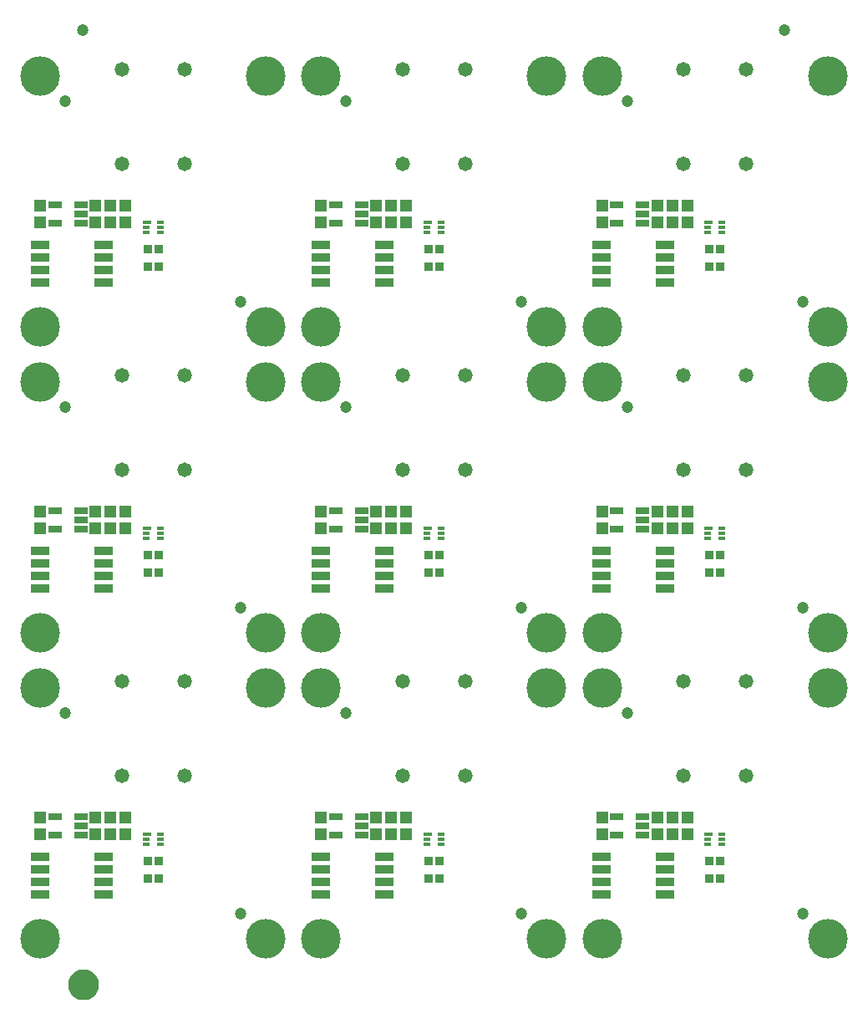
<source format=gts>
G04 EAGLE Gerber RS-274X export*
G75*
%MOMM*%
%FSLAX34Y34*%
%LPD*%
%INSoldermask Top*%
%IPPOS*%
%AMOC8*
5,1,8,0,0,1.08239X$1,22.5*%
G01*
%ADD10C,1.473200*%
%ADD11R,1.203200X1.303200*%
%ADD12R,0.903200X0.903200*%
%ADD13R,0.803200X0.453200*%
%ADD14R,0.953200X0.453200*%
%ADD15R,1.403200X0.753200*%
%ADD16R,1.905000X0.812800*%
%ADD17C,4.013200*%
%ADD18C,1.203200*%
%ADD19C,1.270000*%
%ADD20C,1.703200*%


D10*
X107950Y285750D03*
X171450Y285750D03*
X107950Y190500D03*
X171450Y190500D03*
X392455Y285750D03*
X455955Y285750D03*
X392455Y190500D03*
X455955Y190500D03*
X676961Y285750D03*
X740461Y285750D03*
X676961Y190500D03*
X740461Y190500D03*
X107950Y595630D03*
X171450Y595630D03*
X107950Y500380D03*
X171450Y500380D03*
X392455Y595630D03*
X455955Y595630D03*
X392455Y500380D03*
X455955Y500380D03*
X676961Y595630D03*
X740461Y595630D03*
X676961Y500380D03*
X740461Y500380D03*
X107950Y905510D03*
X171450Y905510D03*
X107950Y810260D03*
X171450Y810260D03*
X392455Y905510D03*
X455955Y905510D03*
X392455Y810260D03*
X455955Y810260D03*
X676961Y905510D03*
X740461Y905510D03*
X676961Y810260D03*
X740461Y810260D03*
D11*
X81280Y148200D03*
X81280Y131200D03*
X25400Y148200D03*
X25400Y131200D03*
D12*
X134200Y104400D03*
X145200Y104400D03*
X145200Y86100D03*
X134200Y86100D03*
D11*
X96520Y131200D03*
X96520Y148200D03*
D13*
X146900Y120730D03*
X146900Y130730D03*
X146900Y125730D03*
X132500Y120730D03*
X132500Y125730D03*
D14*
X133250Y130730D03*
D15*
X66341Y130200D03*
X66341Y139700D03*
X66341Y149200D03*
X40339Y149200D03*
X40339Y130200D03*
D16*
X24638Y107950D03*
X24638Y95250D03*
X24638Y82550D03*
X24638Y69850D03*
X89662Y69850D03*
X89662Y82550D03*
X89662Y95250D03*
X89662Y107950D03*
D17*
X254000Y25400D03*
X25400Y25400D03*
X254000Y279400D03*
X25400Y279400D03*
D18*
X50800Y254000D03*
X228600Y50800D03*
D11*
X111760Y131200D03*
X111760Y148200D03*
X365785Y148200D03*
X365785Y131200D03*
X309905Y148200D03*
X309905Y131200D03*
D12*
X418705Y104400D03*
X429705Y104400D03*
X429705Y86100D03*
X418705Y86100D03*
D11*
X381025Y131200D03*
X381025Y148200D03*
D13*
X431405Y120730D03*
X431405Y130730D03*
X431405Y125730D03*
X417005Y120730D03*
X417005Y125730D03*
D14*
X417755Y130730D03*
D15*
X350846Y130200D03*
X350846Y139700D03*
X350846Y149200D03*
X324844Y149200D03*
X324844Y130200D03*
D16*
X309143Y107950D03*
X309143Y95250D03*
X309143Y82550D03*
X309143Y69850D03*
X374167Y69850D03*
X374167Y82550D03*
X374167Y95250D03*
X374167Y107950D03*
D17*
X538505Y25400D03*
X309905Y25400D03*
X538505Y279400D03*
X309905Y279400D03*
D18*
X335305Y254000D03*
X513105Y50800D03*
D11*
X396265Y131200D03*
X396265Y148200D03*
X650291Y148200D03*
X650291Y131200D03*
X594411Y148200D03*
X594411Y131200D03*
D12*
X703211Y104400D03*
X714211Y104400D03*
X714211Y86100D03*
X703211Y86100D03*
D11*
X665531Y131200D03*
X665531Y148200D03*
D13*
X715911Y120730D03*
X715911Y130730D03*
X715911Y125730D03*
X701511Y120730D03*
X701511Y125730D03*
D14*
X702261Y130730D03*
D15*
X635352Y130200D03*
X635352Y139700D03*
X635352Y149200D03*
X609350Y149200D03*
X609350Y130200D03*
D16*
X593649Y107950D03*
X593649Y95250D03*
X593649Y82550D03*
X593649Y69850D03*
X658673Y69850D03*
X658673Y82550D03*
X658673Y95250D03*
X658673Y107950D03*
D17*
X823011Y25400D03*
X594411Y25400D03*
X823011Y279400D03*
X594411Y279400D03*
D18*
X619811Y254000D03*
X797611Y50800D03*
D11*
X680771Y131200D03*
X680771Y148200D03*
X81280Y458080D03*
X81280Y441080D03*
X25400Y458080D03*
X25400Y441080D03*
D12*
X134200Y414280D03*
X145200Y414280D03*
X145200Y395980D03*
X134200Y395980D03*
D11*
X96520Y441080D03*
X96520Y458080D03*
D13*
X146900Y430610D03*
X146900Y440610D03*
X146900Y435610D03*
X132500Y430610D03*
X132500Y435610D03*
D14*
X133250Y440610D03*
D15*
X66341Y440080D03*
X66341Y449580D03*
X66341Y459080D03*
X40339Y459080D03*
X40339Y440080D03*
D16*
X24638Y417830D03*
X24638Y405130D03*
X24638Y392430D03*
X24638Y379730D03*
X89662Y379730D03*
X89662Y392430D03*
X89662Y405130D03*
X89662Y417830D03*
D17*
X254000Y335280D03*
X25400Y335280D03*
X254000Y589280D03*
X25400Y589280D03*
D18*
X50800Y563880D03*
X228600Y360680D03*
D11*
X111760Y441080D03*
X111760Y458080D03*
X365785Y458080D03*
X365785Y441080D03*
X309905Y458080D03*
X309905Y441080D03*
D12*
X418705Y414280D03*
X429705Y414280D03*
X429705Y395980D03*
X418705Y395980D03*
D11*
X381025Y441080D03*
X381025Y458080D03*
D13*
X431405Y430610D03*
X431405Y440610D03*
X431405Y435610D03*
X417005Y430610D03*
X417005Y435610D03*
D14*
X417755Y440610D03*
D15*
X350846Y440080D03*
X350846Y449580D03*
X350846Y459080D03*
X324844Y459080D03*
X324844Y440080D03*
D16*
X309143Y417830D03*
X309143Y405130D03*
X309143Y392430D03*
X309143Y379730D03*
X374167Y379730D03*
X374167Y392430D03*
X374167Y405130D03*
X374167Y417830D03*
D17*
X538505Y335280D03*
X309905Y335280D03*
X538505Y589280D03*
X309905Y589280D03*
D18*
X335305Y563880D03*
X513105Y360680D03*
D11*
X396265Y441080D03*
X396265Y458080D03*
X650291Y458080D03*
X650291Y441080D03*
X594411Y458080D03*
X594411Y441080D03*
D12*
X703211Y414280D03*
X714211Y414280D03*
X714211Y395980D03*
X703211Y395980D03*
D11*
X665531Y441080D03*
X665531Y458080D03*
D13*
X715911Y430610D03*
X715911Y440610D03*
X715911Y435610D03*
X701511Y430610D03*
X701511Y435610D03*
D14*
X702261Y440610D03*
D15*
X635352Y440080D03*
X635352Y449580D03*
X635352Y459080D03*
X609350Y459080D03*
X609350Y440080D03*
D16*
X593649Y417830D03*
X593649Y405130D03*
X593649Y392430D03*
X593649Y379730D03*
X658673Y379730D03*
X658673Y392430D03*
X658673Y405130D03*
X658673Y417830D03*
D17*
X823011Y335280D03*
X594411Y335280D03*
X823011Y589280D03*
X594411Y589280D03*
D18*
X619811Y563880D03*
X797611Y360680D03*
D11*
X680771Y441080D03*
X680771Y458080D03*
X81280Y767960D03*
X81280Y750960D03*
X25400Y767960D03*
X25400Y750960D03*
D12*
X134200Y724160D03*
X145200Y724160D03*
X145200Y705860D03*
X134200Y705860D03*
D11*
X96520Y750960D03*
X96520Y767960D03*
D13*
X146900Y740490D03*
X146900Y750490D03*
X146900Y745490D03*
X132500Y740490D03*
X132500Y745490D03*
D14*
X133250Y750490D03*
D15*
X66341Y749960D03*
X66341Y759460D03*
X66341Y768960D03*
X40339Y768960D03*
X40339Y749960D03*
D16*
X24638Y727710D03*
X24638Y715010D03*
X24638Y702310D03*
X24638Y689610D03*
X89662Y689610D03*
X89662Y702310D03*
X89662Y715010D03*
X89662Y727710D03*
D17*
X254000Y645160D03*
X25400Y645160D03*
X254000Y899160D03*
X25400Y899160D03*
D18*
X50800Y873760D03*
X228600Y670560D03*
D11*
X111760Y750960D03*
X111760Y767960D03*
X365785Y767960D03*
X365785Y750960D03*
X309905Y767960D03*
X309905Y750960D03*
D12*
X418705Y724160D03*
X429705Y724160D03*
X429705Y705860D03*
X418705Y705860D03*
D11*
X381025Y750960D03*
X381025Y767960D03*
D13*
X431405Y740490D03*
X431405Y750490D03*
X431405Y745490D03*
X417005Y740490D03*
X417005Y745490D03*
D14*
X417755Y750490D03*
D15*
X350846Y749960D03*
X350846Y759460D03*
X350846Y768960D03*
X324844Y768960D03*
X324844Y749960D03*
D16*
X309143Y727710D03*
X309143Y715010D03*
X309143Y702310D03*
X309143Y689610D03*
X374167Y689610D03*
X374167Y702310D03*
X374167Y715010D03*
X374167Y727710D03*
D17*
X538505Y645160D03*
X309905Y645160D03*
X538505Y899160D03*
X309905Y899160D03*
D18*
X335305Y873760D03*
X513105Y670560D03*
D11*
X396265Y750960D03*
X396265Y767960D03*
X650291Y767960D03*
X650291Y750960D03*
X594411Y767960D03*
X594411Y750960D03*
D12*
X703211Y724160D03*
X714211Y724160D03*
X714211Y705860D03*
X703211Y705860D03*
D11*
X665531Y750960D03*
X665531Y767960D03*
D13*
X715911Y740490D03*
X715911Y750490D03*
X715911Y745490D03*
X701511Y740490D03*
X701511Y745490D03*
D14*
X702261Y750490D03*
D15*
X635352Y749960D03*
X635352Y759460D03*
X635352Y768960D03*
X609350Y768960D03*
X609350Y749960D03*
D16*
X593649Y727710D03*
X593649Y715010D03*
X593649Y702310D03*
X593649Y689610D03*
X658673Y689610D03*
X658673Y702310D03*
X658673Y715010D03*
X658673Y727710D03*
D17*
X823011Y645160D03*
X594411Y645160D03*
X823011Y899160D03*
X594411Y899160D03*
D18*
X619811Y873760D03*
X797611Y670560D03*
D11*
X680771Y750960D03*
X680771Y767960D03*
D18*
X68580Y945515D03*
X779247Y945515D03*
D19*
X59525Y-20955D02*
X59528Y-20733D01*
X59536Y-20511D01*
X59550Y-20289D01*
X59569Y-20067D01*
X59593Y-19847D01*
X59623Y-19626D01*
X59658Y-19407D01*
X59699Y-19188D01*
X59745Y-18971D01*
X59796Y-18755D01*
X59853Y-18540D01*
X59915Y-18326D01*
X59982Y-18115D01*
X60054Y-17904D01*
X60132Y-17696D01*
X60214Y-17490D01*
X60302Y-17286D01*
X60394Y-17083D01*
X60492Y-16884D01*
X60594Y-16687D01*
X60701Y-16492D01*
X60813Y-16300D01*
X60930Y-16111D01*
X61051Y-15924D01*
X61177Y-15741D01*
X61307Y-15561D01*
X61442Y-15384D01*
X61580Y-15211D01*
X61723Y-15041D01*
X61871Y-14874D01*
X62022Y-14711D01*
X62177Y-14552D01*
X62336Y-14397D01*
X62499Y-14246D01*
X62666Y-14098D01*
X62836Y-13955D01*
X63009Y-13817D01*
X63186Y-13682D01*
X63366Y-13552D01*
X63549Y-13426D01*
X63736Y-13305D01*
X63925Y-13188D01*
X64117Y-13076D01*
X64312Y-12969D01*
X64509Y-12867D01*
X64708Y-12769D01*
X64911Y-12677D01*
X65115Y-12589D01*
X65321Y-12507D01*
X65529Y-12429D01*
X65740Y-12357D01*
X65951Y-12290D01*
X66165Y-12228D01*
X66380Y-12171D01*
X66596Y-12120D01*
X66813Y-12074D01*
X67032Y-12033D01*
X67251Y-11998D01*
X67472Y-11968D01*
X67692Y-11944D01*
X67914Y-11925D01*
X68136Y-11911D01*
X68358Y-11903D01*
X68580Y-11900D01*
X68802Y-11903D01*
X69024Y-11911D01*
X69246Y-11925D01*
X69468Y-11944D01*
X69688Y-11968D01*
X69909Y-11998D01*
X70128Y-12033D01*
X70347Y-12074D01*
X70564Y-12120D01*
X70780Y-12171D01*
X70995Y-12228D01*
X71209Y-12290D01*
X71420Y-12357D01*
X71631Y-12429D01*
X71839Y-12507D01*
X72045Y-12589D01*
X72249Y-12677D01*
X72452Y-12769D01*
X72651Y-12867D01*
X72848Y-12969D01*
X73043Y-13076D01*
X73235Y-13188D01*
X73424Y-13305D01*
X73611Y-13426D01*
X73794Y-13552D01*
X73974Y-13682D01*
X74151Y-13817D01*
X74324Y-13955D01*
X74494Y-14098D01*
X74661Y-14246D01*
X74824Y-14397D01*
X74983Y-14552D01*
X75138Y-14711D01*
X75289Y-14874D01*
X75437Y-15041D01*
X75580Y-15211D01*
X75718Y-15384D01*
X75853Y-15561D01*
X75983Y-15741D01*
X76109Y-15924D01*
X76230Y-16111D01*
X76347Y-16300D01*
X76459Y-16492D01*
X76566Y-16687D01*
X76668Y-16884D01*
X76766Y-17083D01*
X76858Y-17286D01*
X76946Y-17490D01*
X77028Y-17696D01*
X77106Y-17904D01*
X77178Y-18115D01*
X77245Y-18326D01*
X77307Y-18540D01*
X77364Y-18755D01*
X77415Y-18971D01*
X77461Y-19188D01*
X77502Y-19407D01*
X77537Y-19626D01*
X77567Y-19847D01*
X77591Y-20067D01*
X77610Y-20289D01*
X77624Y-20511D01*
X77632Y-20733D01*
X77635Y-20955D01*
X77632Y-21177D01*
X77624Y-21399D01*
X77610Y-21621D01*
X77591Y-21843D01*
X77567Y-22063D01*
X77537Y-22284D01*
X77502Y-22503D01*
X77461Y-22722D01*
X77415Y-22939D01*
X77364Y-23155D01*
X77307Y-23370D01*
X77245Y-23584D01*
X77178Y-23795D01*
X77106Y-24006D01*
X77028Y-24214D01*
X76946Y-24420D01*
X76858Y-24624D01*
X76766Y-24827D01*
X76668Y-25026D01*
X76566Y-25223D01*
X76459Y-25418D01*
X76347Y-25610D01*
X76230Y-25799D01*
X76109Y-25986D01*
X75983Y-26169D01*
X75853Y-26349D01*
X75718Y-26526D01*
X75580Y-26699D01*
X75437Y-26869D01*
X75289Y-27036D01*
X75138Y-27199D01*
X74983Y-27358D01*
X74824Y-27513D01*
X74661Y-27664D01*
X74494Y-27812D01*
X74324Y-27955D01*
X74151Y-28093D01*
X73974Y-28228D01*
X73794Y-28358D01*
X73611Y-28484D01*
X73424Y-28605D01*
X73235Y-28722D01*
X73043Y-28834D01*
X72848Y-28941D01*
X72651Y-29043D01*
X72452Y-29141D01*
X72249Y-29233D01*
X72045Y-29321D01*
X71839Y-29403D01*
X71631Y-29481D01*
X71420Y-29553D01*
X71209Y-29620D01*
X70995Y-29682D01*
X70780Y-29739D01*
X70564Y-29790D01*
X70347Y-29836D01*
X70128Y-29877D01*
X69909Y-29912D01*
X69688Y-29942D01*
X69468Y-29966D01*
X69246Y-29985D01*
X69024Y-29999D01*
X68802Y-30007D01*
X68580Y-30010D01*
X68358Y-30007D01*
X68136Y-29999D01*
X67914Y-29985D01*
X67692Y-29966D01*
X67472Y-29942D01*
X67251Y-29912D01*
X67032Y-29877D01*
X66813Y-29836D01*
X66596Y-29790D01*
X66380Y-29739D01*
X66165Y-29682D01*
X65951Y-29620D01*
X65740Y-29553D01*
X65529Y-29481D01*
X65321Y-29403D01*
X65115Y-29321D01*
X64911Y-29233D01*
X64708Y-29141D01*
X64509Y-29043D01*
X64312Y-28941D01*
X64117Y-28834D01*
X63925Y-28722D01*
X63736Y-28605D01*
X63549Y-28484D01*
X63366Y-28358D01*
X63186Y-28228D01*
X63009Y-28093D01*
X62836Y-27955D01*
X62666Y-27812D01*
X62499Y-27664D01*
X62336Y-27513D01*
X62177Y-27358D01*
X62022Y-27199D01*
X61871Y-27036D01*
X61723Y-26869D01*
X61580Y-26699D01*
X61442Y-26526D01*
X61307Y-26349D01*
X61177Y-26169D01*
X61051Y-25986D01*
X60930Y-25799D01*
X60813Y-25610D01*
X60701Y-25418D01*
X60594Y-25223D01*
X60492Y-25026D01*
X60394Y-24827D01*
X60302Y-24624D01*
X60214Y-24420D01*
X60132Y-24214D01*
X60054Y-24006D01*
X59982Y-23795D01*
X59915Y-23584D01*
X59853Y-23370D01*
X59796Y-23155D01*
X59745Y-22939D01*
X59699Y-22722D01*
X59658Y-22503D01*
X59623Y-22284D01*
X59593Y-22063D01*
X59569Y-21843D01*
X59550Y-21621D01*
X59536Y-21399D01*
X59528Y-21177D01*
X59525Y-20955D01*
D20*
X68580Y-20955D03*
M02*

</source>
